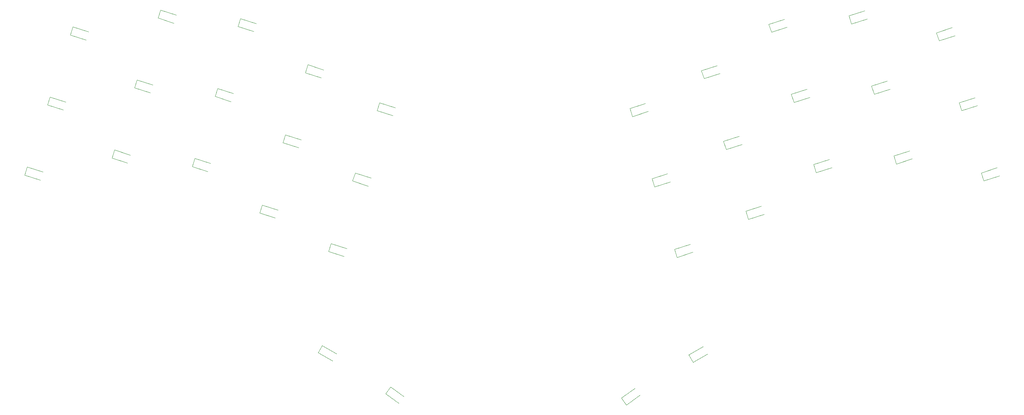
<source format=gbr>
%TF.GenerationSoftware,KiCad,Pcbnew,(6.0.7-1)-1*%
%TF.CreationDate,2023-02-18T17:29:49+08:00*%
%TF.ProjectId,karp2040,6b617270-3230-4343-902e-6b696361645f,rev?*%
%TF.SameCoordinates,Original*%
%TF.FileFunction,Legend,Bot*%
%TF.FilePolarity,Positive*%
%FSLAX46Y46*%
G04 Gerber Fmt 4.6, Leading zero omitted, Abs format (unit mm)*
G04 Created by KiCad (PCBNEW (6.0.7-1)-1) date 2023-02-18 17:29:49*
%MOMM*%
%LPD*%
G01*
G04 APERTURE LIST*
%ADD10C,0.120000*%
G04 APERTURE END LIST*
D10*
%TO.C,K8*%
X264028491Y50416260D02*
X267183657Y48123897D01*
X264028491Y50416260D02*
X262852921Y48798226D01*
X262852921Y48798226D02*
X266008087Y46505863D01*
%TO.C,K28*%
X365050259Y101339695D02*
X368759379Y102544862D01*
X364432225Y103241808D02*
X368141345Y104446975D01*
X364432225Y103241808D02*
X365050259Y101339695D01*
%TO.C,K27*%
X359152679Y119910738D02*
X362861799Y121115905D01*
X359770713Y118008625D02*
X363479833Y119213792D01*
X359152679Y119910738D02*
X359770713Y118008625D01*
%TO.C,K14*%
X233539559Y93651316D02*
X237248679Y92446149D01*
X233539559Y93651316D02*
X232921525Y91749203D01*
X232921525Y91749203D02*
X236630645Y90544036D01*
%TO.C,K19*%
X326680136Y97938380D02*
X330389256Y99143547D01*
X326062102Y99840493D02*
X326680136Y97938380D01*
X326062102Y99840493D02*
X329771222Y101045660D01*
%TO.C,K26*%
X354430136Y134638379D02*
X358139256Y135843546D01*
X353812102Y136540492D02*
X354430136Y134638379D01*
X353812102Y136540492D02*
X357521222Y137745659D01*
%TO.C,K17*%
X249889560Y84501317D02*
X253598680Y83296150D01*
X249889560Y84501317D02*
X249271526Y82599204D01*
X249271526Y82599204D02*
X252980646Y81394037D01*
%TO.C,K1*%
X188012100Y134028956D02*
X191721220Y132823789D01*
X188630134Y135931069D02*
X192339254Y134725902D01*
X188630134Y135931069D02*
X188012100Y134028956D01*
%TO.C,K3*%
X177171525Y100749202D02*
X180880645Y99544035D01*
X177789559Y102651315D02*
X177171525Y100749202D01*
X177789559Y102651315D02*
X181498679Y101446148D01*
%TO.C,K25*%
X334812438Y58025750D02*
X338189937Y59975750D01*
X334812438Y58025750D02*
X335812438Y56293700D01*
X335812438Y56293700D02*
X339189937Y58243700D01*
%TO.C,K7*%
X197871523Y104799204D02*
X201580643Y103594037D01*
X198489557Y106701317D02*
X202198677Y105496150D01*
X198489557Y106701317D02*
X197871523Y104799204D01*
%TO.C,K24*%
X348332225Y92141808D02*
X352041345Y93346975D01*
X348950259Y90239695D02*
X352659379Y91444862D01*
X348332225Y92141808D02*
X348950259Y90239695D01*
%TO.C,K23*%
X343062102Y108740494D02*
X346771222Y109945661D01*
X343680136Y106838381D02*
X347389256Y108043548D01*
X343062102Y108740494D02*
X343680136Y106838381D01*
%TO.C,K22*%
X338430136Y123638379D02*
X342139256Y124843546D01*
X337812102Y125540492D02*
X341521222Y126745659D01*
X337812102Y125540492D02*
X338430136Y123638379D01*
%TO.C,K31*%
X383482225Y105291808D02*
X384100259Y103389695D01*
X384100259Y103389695D02*
X387809379Y104594862D01*
X383482225Y105291808D02*
X387191345Y106496975D01*
%TO.C,K15*%
X260812100Y116028959D02*
X264521220Y114823792D01*
X261430134Y117931072D02*
X265139254Y116725905D01*
X261430134Y117931072D02*
X260812100Y116028959D01*
%TO.C,K16*%
X255012102Y99328958D02*
X258721222Y98123791D01*
X255630136Y101231071D02*
X259339256Y100025904D01*
X255630136Y101231071D02*
X255012102Y99328958D01*
%TO.C,K4*%
X247812437Y60275750D02*
X246812437Y58543700D01*
X247812437Y60275750D02*
X251189936Y58325750D01*
X246812437Y58543700D02*
X250189936Y56593700D01*
%TO.C,K10*%
X222371526Y119399203D02*
X226080646Y118194036D01*
X222989560Y121301316D02*
X222371526Y119399203D01*
X222989560Y121301316D02*
X226698680Y120096149D01*
%TO.C,K29*%
X372812101Y138540494D02*
X376521221Y139745661D01*
X372812101Y138540494D02*
X373430135Y136638381D01*
X373430135Y136638381D02*
X377139255Y137843548D01*
%TO.C,K13*%
X239080134Y110331072D02*
X242789254Y109125905D01*
X239080134Y110331072D02*
X238462100Y108428959D01*
X238462100Y108428959D02*
X242171220Y107223792D01*
%TO.C,K12*%
X244430134Y126931068D02*
X243812100Y125028955D01*
X243812100Y125028955D02*
X247521220Y123823788D01*
X244430134Y126931068D02*
X248139254Y125725901D01*
%TO.C,K5*%
X209430133Y139931071D02*
X213139253Y138725904D01*
X209430133Y139931071D02*
X208812099Y138028958D01*
X208812099Y138028958D02*
X212521219Y136823791D01*
%TO.C,K30*%
X378202678Y121860738D02*
X381911798Y123065905D01*
X378820712Y119958625D02*
X382529832Y121163792D01*
X378202678Y121860738D02*
X378820712Y119958625D01*
%TO.C,K6*%
X203221526Y121449204D02*
X206930646Y120244037D01*
X203839560Y123351317D02*
X207548680Y122146150D01*
X203839560Y123351317D02*
X203221526Y121449204D01*
%TO.C,K9*%
X228430136Y137931072D02*
X232139256Y136725905D01*
X227812102Y136028959D02*
X231521222Y134823792D01*
X228430136Y137931072D02*
X227812102Y136028959D01*
%TO.C,K32*%
X394230134Y132638379D02*
X397939254Y133843546D01*
X393612100Y134540492D02*
X397321220Y135745659D01*
X393612100Y134540492D02*
X394230134Y132638379D01*
%TO.C,K11*%
X217539560Y104701316D02*
X216921526Y102799203D01*
X217539560Y104701316D02*
X221248680Y103496149D01*
X216921526Y102799203D02*
X220630646Y101594036D01*
%TO.C,K20*%
X332020713Y81208626D02*
X335729833Y82413793D01*
X331402679Y83110739D02*
X335111799Y84315906D01*
X331402679Y83110739D02*
X332020713Y81208626D01*
%TO.C,K18*%
X320812101Y116540493D02*
X324521221Y117745660D01*
X321430135Y114638380D02*
X325139255Y115843547D01*
X320812101Y116540493D02*
X321430135Y114638380D01*
%TO.C,K21*%
X320028491Y46153192D02*
X323183657Y48445555D01*
X318852921Y47771226D02*
X320028491Y46153192D01*
X318852921Y47771226D02*
X322008087Y50063589D01*
%TO.C,K34*%
X404252678Y101260739D02*
X407961798Y102465906D01*
X404870712Y99358626D02*
X408579832Y100563793D01*
X404252678Y101260739D02*
X404870712Y99358626D01*
%TO.C,K33*%
X399620713Y116008626D02*
X403329833Y117213793D01*
X399002679Y117910739D02*
X402711799Y119115906D01*
X399002679Y117910739D02*
X399620713Y116008626D01*
%TO.C,K2*%
X183189559Y119301317D02*
X182571525Y117399204D01*
X183189559Y119301317D02*
X186898679Y118096150D01*
X182571525Y117399204D02*
X186280645Y116194037D01*
%TD*%
M02*

</source>
